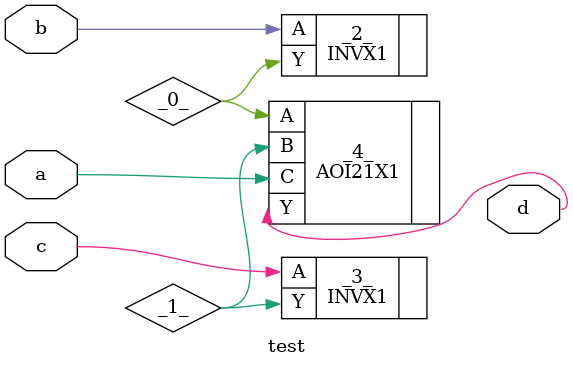
<source format=v>
/* Generated by Yosys 0.6 (git sha1 UNKNOWN, clang 3.4-1ubuntu3 -fPIC -Os) */

module test(a, b, c, d);
  wire _0_;
  wire _1_;
  input a;
  input b;
  input c;
  output d;
  INVX1 _2_ (
    .A(b),
    .Y(_0_)
  );
  INVX1 _3_ (
    .A(c),
    .Y(_1_)
  );
  AOI21X1 _4_ (
    .A(_0_),
    .B(_1_),
    .C(a),
    .Y(d)
  );
endmodule

</source>
